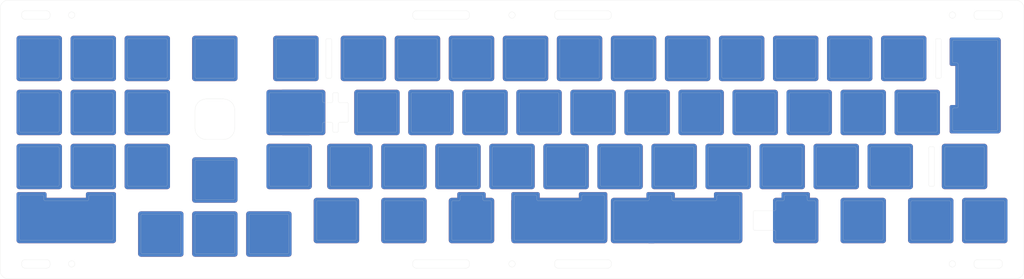
<source format=kicad_pcb>
(kicad_pcb (version 20210228) (generator pcbnew)
  (layers (0 "F.Cu" signal) (31 "B.Cu" signal) (34 "B.Paste" user) (35 "F.Paste" user) (36 "B.SilkS" user "B.Silkscreen") (37 "F.SilkS" user "F.Silkscreen") (38 "B.Mask" user) (39 "F.Mask" user) (44 "Edge.Cuts" user))
  (net 0 "")
  (footprint "Cutouts:MX_Cutout_1u" (layer "F.Cu") (at 188.762496 107.3))
  (footprint "Cutouts:MX_Cutout_1u" (layer "F.Cu") (at 169.712496 107.3))
  (footprint "Cutouts:MX_Cutout_1u" (layer "F.Cu") (at 93.512496 126.35))
  (footprint "Cutouts:MX_Cutout_2u_1u-1u" (layer "F.Cu") (at 64.937496 164.45))
  (footprint "Cutouts:MX_Cutout_1u" (layer "F.Cu") (at 288.774996 126.35))
  (footprint "Cutouts:MX_Cutout_1u" (layer "F.Cu") (at 241.149996 145.4))
  (footprint "Cutouts:MX_Cutout_1u" (layer "F.Cu") (at 322.112496 107.3))
  (footprint "Cutouts:MX_Cutout_1u" (layer "F.Cu") (at 279.249996 145.4))
  (footprint "Cutouts:MX_Cutout_1.75u" (layer "F.Cu") (at 381.643746 145.4))
  (footprint "Cutouts:MX_Cutout_1u" (layer "F.Cu") (at 388.787496 164.45))
  (footprint "Cutouts:MX_Cutout_1u" (layer "F.Cu") (at 345.924996 126.35))
  (footprint "Cutouts:MX_Cutout_1u" (layer "F.Cu") (at 117.324996 150.1625))
  (footprint "Cutouts:MX_Cutout_1u" (layer "F.Cu") (at 55.412496 126.35))
  (footprint "Cutouts:MX_Cutout_1u" (layer "F.Cu") (at 245.912496 107.3))
  (footprint "Cutouts:MX_Cutout_1u" (layer "F.Cu") (at 364.974996 126.35))
  (footprint "Cutouts:MX_Cutout_1u" (layer "F.Cu") (at 174.474996 126.35))
  (footprint "Cutouts:MX_Cutout_1u" (layer "F.Cu") (at 93.512496 145.4))
  (footprint "Cutouts:MX_Cutout_1u" (layer "F.Cu") (at 269.724996 126.35))
  (footprint "Cutouts:MX_Cutout_1u" (layer "F.Cu") (at 55.412496 107.3))
  (footprint "Cutouts:MX_Cutout_1u" (layer "F.Cu") (at 226.862496 107.3))
  (footprint "Cutouts:MX_Cutout_7u_1u-2.25u-2.75u-1u" (layer "F.Cu") (at 264.962496 164.45))
  (footprint "Cutouts:MX_Cutout_1u" (layer "F.Cu") (at 55.412496 145.4))
  (footprint "Cutouts:MX_Cutout_1u" (layer "F.Cu") (at 360.212496 107.3))
  (footprint "Cutouts:MX_Cutout_1u" (layer "F.Cu") (at 117.324996 169.2125))
  (footprint "Cutouts:MX_Cutout_1u" (layer "F.Cu") (at 355.449996 145.4))
  (footprint "Cutouts:MX_Cutout_1u" (layer "F.Cu") (at 183.999996 145.4))
  (footprint "Cutouts:MX_Cutout_1u" (layer "F.Cu") (at 341.162496 107.3))
  (footprint "Cutouts:MX_Cutout_1u" (layer "F.Cu") (at 250.674996 126.35))
  (footprint "Cutouts:MX_Cutout_1u" (layer "F.Cu") (at 74.462496 107.3))
  (footprint "Cutouts:MX_Cutout_1.5u" (layer "F.Cu") (at 345.924996 164.45))
  (footprint "Cutouts:MX_Cutout_1u" (layer "F.Cu") (at 284.012496 107.3))
  (footprint "Cutouts:MX_Cutout_1u" (layer "F.Cu") (at 160.187496 164.45))
  (footprint "Cutouts:MX_Cutout_1u" (layer "F.Cu") (at 207.812496 107.3))
  (footprint "Cutouts:MX_Cutout_1u" (layer "F.Cu") (at 307.824996 126.35))
  (footprint "Cutouts:MX_Cutout_1u" (layer "F.Cu") (at 117.324996 107.3))
  (footprint "Cutouts:MX_Cutout_1u" (layer "F.Cu") (at 222.099996 145.4))
  (footprint "Cutouts:MX_Cutout_1u" (layer "F.Cu") (at 93.512496 107.3))
  (footprint "Cutouts:MX_Cutout_1u" (layer "F.Cu") (at 136.374996 169.2125))
  (footprint "Cutouts:MX_Cutout_1u" (layer "F.Cu") (at 317.349996 145.4))
  (footprint "Cutouts:MX_Cutout_1u" (layer "F.Cu") (at 336.399996 145.4))
  (footprint "Cutouts:MX_Cutout_1u" (layer "F.Cu") (at 212.574996 126.35))
  (footprint "Cutouts:MX_Cutout_1u" (layer "F.Cu") (at 369.737496 164.45))
  (footprint "Cutouts:MX_Cutout_1.25u" (layer "F.Cu") (at 143.518746 145.4))
  (footprint "Cutouts:MX_Cutout_1u" (layer "F.Cu") (at 203.049996 145.4))
  (footprint "Cutouts:MX_Cutout_1.5u" (layer "F.Cu") (at 183.999996 164.45))
  (footprint "Cutouts:MX_Cutout_Iso_Enter" (layer "F.Cu") (at 386.406246 116.825))
  (footprint "Cutouts:MX_Cutout_1.5u" (layer "F.Cu") (at 145.899996 107.3))
  (footprint "Cutouts:MX_Cutout_1u" (layer "F.Cu") (at 303.062496 107.3))
  (footprint "Cutouts:MX_Cutout_1u" (layer "F.Cu") (at 193.524996 126.35))
  (footprint "Cutouts:MX_Cutout_1u" (layer "F.Cu") (at 298.299996 145.4))
  (footprint "Cutouts:MX_Cutout_1u" (layer "F.Cu") (at 231.624996 126.35))
  (footprint "Cutouts:MX_Cutout_1u" (layer "F.Cu") (at 74.462496 145.4))
  (footprint "Cutouts:MX_Cutout_1.75u_Caps_Lock" (layer "F.Cu") (at 148.281246 126.35))
  (footprint "Cutouts:MX_Cutout_1u" (layer "F.Cu") (at 326.874996 126.35))
  (footprint "Cutouts:MX_Cutout_1u" (layer "F.Cu") (at 164.949996 145.4))
  (footprint "Cutouts:MX_Cutout_1u" (layer "F.Cu") (at 98.274996 169.2125))
  (footprint "Cutouts:MX_Cutout_1u" (layer "F.Cu") (at 260.199996 145.4))
  (footprint "Cutouts:MX_Cutout_1u" (layer "F.Cu") (at 264.962496 107.3))
  (footprint "Cutouts:MX_Cutout_1u" (layer "F.Cu") (at 74.462496 126.35))
  (gr_arc (start 255.900996 179.4375) (end 257.100996 179.4375) (angle -90) (layer "Edge.Cuts") (width 0.05))
  (gr_arc (start 188.300996 179.4375) (end 188.300996 178.2375) (angle -90) (layer "Edge.Cuts") (width 0.05))
  (gr_arc (start 255.900996 180.0375) (end 255.900996 181.2375) (angle -90) (layer "Edge.Cuts") (width 0.05))
  (gr_arc (start 370.543746 138.9) (end 371.043746 138.9) (angle -90) (layer "Edge.Cuts") (width 0.05))
  (gr_circle (center 66.843746 92.012501) (end 67.968746 92.012501) (layer "Edge.Cuts") (width 0.05) (fill none))
  (gr_arc (start 120.324996 131.875) (end 120.324996 135.875) (angle -90) (layer "Edge.Cuts") (width 0.05))
  (gr_line (start 394.978496 92.312501) (end 394.978496 91.712501) (layer "Edge.Cuts") (width 0.05))
  (gr_arc (start 255.899996 91.712501) (end 257.099996 91.712501) (angle -90) (layer "Edge.Cuts") (width 0.05))
  (gr_arc (start 238.300996 179.4375) (end 238.300996 178.2375) (angle -90) (layer "Edge.Cuts") (width 0.05))
  (gr_arc (start 399.605023 89.720471) (end 402.600496 89.720471) (angle -90.08637834) (layer "Edge.Cuts") (width 0.05))
  (gr_line (start 49.221621 91.712501) (end 49.221621 92.312501) (layer "Edge.Cuts") (width 0.05))
  (gr_line (start 255.899996 90.512501) (end 238.299996 90.512501) (layer "Edge.Cuts") (width 0.05))
  (gr_arc (start 157.999996 113.8) (end 157.999996 114.3) (angle -90) (layer "Edge.Cuts") (width 0.05))
  (gr_line (start 58.021621 90.512501) (end 50.421621 90.512501) (layer "Edge.Cuts") (width 0.05))
  (gr_line (start 238.300996 181.2375) (end 255.900996 181.2375) (layer "Edge.Cuts") (width 0.05))
  (gr_line (start 188.300996 181.2375) (end 205.900996 181.2375) (layer "Edge.Cuts") (width 0.05))
  (gr_arc (start 205.900996 180.0375) (end 205.900996 181.2375) (angle -90) (layer "Edge.Cuts") (width 0.05))
  (gr_line (start 386.178496 93.512501) (end 393.778496 93.512501) (layer "Edge.Cuts") (width 0.05))
  (gr_line (start 237.100996 179.4375) (end 237.100996 180.0375) (layer "Edge.Cuts") (width 0.05))
  (gr_line (start 399.600506 185.024999) (end 44.599497 185.024999) (layer "Edge.Cuts") (width 0.05))
  (gr_line (start 50.421621 181.2375) (end 58.021621 181.2375) (layer "Edge.Cuts") (width 0.05))
  (gr_line (start 257.099996 92.312501) (end 257.099996 91.712501) (layer "Edge.Cuts") (width 0.05))
  (gr_arc (start 58.021621 92.312501) (end 58.021621 93.512501) (angle -90) (layer "Edge.Cuts") (width 0.05))
  (gr_arc (start 58.021621 179.4375) (end 59.221621 179.4375) (angle -90) (layer "Edge.Cuts") (width 0.05))
  (gr_arc (start 120.324996 125.588) (end 124.324996 125.588) (angle -90) (layer "Edge.Cuts") (width 0.05))
  (gr_arc (start 255.899996 92.312501) (end 255.899996 93.512501) (angle -90) (layer "Edge.Cuts") (width 0.05))
  (gr_line (start 237.099996 91.712501) (end 237.099996 92.312501) (layer "Edge.Cuts") (width 0.05))
  (gr_line (start 371.424996 100.8) (end 371.424996 113.8) (layer "Edge.Cuts") (width 0.05))
  (gr_line (start 158.499996 113.8) (end 158.499996 100.8) (layer "Edge.Cuts") (width 0.05))
  (gr_circle (center 222.100996 179.7375) (end 223.225996 179.7375) (layer "Edge.Cuts") (width 0.05) (fill none))
  (gr_line (start 207.099996 92.312501) (end 207.099996 91.712501) (layer "Edge.Cuts") (width 0.05))
  (gr_line (start 49.221621 179.4375) (end 49.221621 180.0375) (layer "Edge.Cuts") (width 0.05))
  (gr_line (start 114.324996 135.875) (end 120.324996 135.875) (layer "Edge.Cuts") (width 0.05))
  (gr_arc (start 205.900996 179.4375) (end 207.100996 179.4375) (angle -90) (layer "Edge.Cuts") (width 0.05))
  (gr_arc (start 114.324996 125.588) (end 114.324996 121.588) (angle -90) (layer "Edge.Cuts") (width 0.05))
  (gr_arc (start 386.178496 180.0375) (end 384.978496 180.0375) (angle -90) (layer "Edge.Cuts") (width 0.05))
  (gr_arc (start 114.324996 131.875) (end 110.324996 131.875) (angle -90) (layer "Edge.Cuts") (width 0.05))
  (gr_arc (start 50.421621 91.712501) (end 50.421621 90.512501) (angle -90) (layer "Edge.Cuts") (width 0.05))
  (gr_arc (start 188.299996 91.712501) (end 188.299996 90.512501) (angle -90) (layer "Edge.Cuts") (width 0.05))
  (gr_arc (start 393.778496 179.4375) (end 394.978496 179.4375) (angle -90) (layer "Edge.Cuts") (width 0.05))
  (gr_line (start 238.299996 93.512501) (end 255.899996 93.512501) (layer "Edge.Cuts") (width 0.05))
  (gr_line (start 207.100996 180.0375) (end 207.100996 179.4375) (layer "Edge.Cuts") (width 0.05))
  (gr_line (start 124.324996 131.875) (end 124.324996 125.588) (layer "Edge.Cuts") (width 0.05))
  (gr_line (start 402.600496 89.720471) (end 402.600503 182.029514) (layer "Edge.Cuts") (width 0.05))
  (gr_circle (center 377.356496 92.012501) (end 378.481496 92.012501) (layer "Edge.Cuts") (width 0.05) (fill none))
  (gr_arc (start 371.924996 113.8) (end 371.424996 113.8) (angle -90) (layer "Edge.Cuts") (width 0.05))
  (gr_arc (start 393.778496 180.0375) (end 393.778496 181.2375) (angle -90) (layer "Edge.Cuts") (width 0.05))
  (gr_circle (center 222.099996 92.012501) (end 223.224996 92.012501) (layer "Edge.Cuts") (width 0.05) (fill none))
  (gr_arc (start 372.924996 113.8) (end 372.924996 114.3) (angle -90) (layer "Edge.Cuts") (width 0.05))
  (gr_line (start 371.043746 151.9) (end 371.043746 138.9) (layer "Edge.Cuts") (width 0.05))
  (gr_arc (start 369.543746 138.9) (end 369.543746 138.4) (angle -90) (layer "Edge.Cuts") (width 0.05))
  (gr_line (start 393.778496 178.2375) (end 386.178496 178.2375) (layer "Edge.Cuts") (width 0.05))
  (gr_line (start 50.421621 93.512501) (end 58.021621 93.512501) (layer "Edge.Cuts") (width 0.05))
  (gr_line (start 120.324996 121.588) (end 114.324996 121.588) (layer "Edge.Cuts") (width 0.05))
  (gr_arc (start 386.178496 91.712501) (end 386.178496 90.512501) (angle -90) (layer "Edge.Cuts") (width 0.05))
  (gr_arc (start 50.421621 179.4375) (end 50.421621 178.2375) (angle -90) (layer "Edge.Cuts") (width 0.05))
  (gr_arc (start 369.543746 151.9) (end 369.043746 151.9) (angle -90) (layer "Edge.Cuts") (width 0.05))
  (gr_arc (start 44.599497 182.024999) (end 41.599497 182.024999) (angle -89.99999998) (layer "Edge.Cuts") (width 0.05))
  (gr_line (start 188.299996 93.512501) (end 205.899996 93.512501) (layer "Edge.Cuts") (width 0.05))
  (gr_line (start 59.221621 180.0375) (end 59.221621 179.4375) (layer "Edge.Cuts") (width 0.05))
  (gr_arc (start 205.899996 91.712501) (end 207.099996 91.712501) (angle -90) (layer "Edge.Cuts") (width 0.05))
  (gr_line (start 257.100996 180.0375) (end 257.100996 179.4375) (layer "Edge.Cuts") (width 0.05))
  (gr_arc (start 157.999996 100.8) (end 158.499996 100.8) (angle -90) (layer "Edge.Cuts") (width 0.05))
  (gr_arc (start 399.600506 182.024999) (end 399.600506 185.024999) (angle -89.91377154) (layer "Edge.Cuts") (width 0.05))
  (gr_arc (start 393.778496 91.712501) (end 394.978496 91.712501) (angle -90) (layer "Edge.Cuts") (width 0.05))
  (gr_line (start 156.499996 100.8) (end 156.499996 113.8) (layer "Edge.Cuts") (width 0.05))
  (gr_line (start 41.599497 182.024999) (end 41.599497 89.725001) (layer "Edge.Cuts") (width 0.05))
  (gr_line (start 205.899996 90.512501) (end 188.299996 90.512501) (layer "Edge.Cuts") (width 0.05))
  (gr_arc (start 370.543746 151.9) (end 370.543746 152.4) (angle -90) (layer "Edge.Cuts") (width 0.05))
  (gr_arc (start 386.178496 179.4375) (end 386.178496 178.2375) (angle -90) (layer "Edge.Cuts") (width 0.05))
  (gr_line (start 255.900996 178.2375) (end 238.300996 178.2375) (layer "Edge.Cuts") (width 0.05))
  (gr_arc (start 156.999996 100.8) (end 156.999996 100.3) (angle -90) (layer "Edge.Cuts") (width 0.05))
  (gr_line (start 205.900996 178.2375) (end 188.300996 178.2375) (layer "Edge.Cuts") (width 0.05))
  (gr_line (start 58.021621 178.2375) (end 50.421621 178.2375) (layer "Edge.Cuts") (width 0.05))
  (gr_line (start 59.221621 92.312501) (end 59.221621 91.712501) (layer "Edge.Cuts") (width 0.05))
  (gr_line (start 110.324996 125.588) (end 110.324996 131.875) (layer "Edge.Cuts") (width 0.05))
  (gr_arc (start 371.924996 100.8) (end 371.924996 100.3) (angle -90) (layer "Edge.Cuts") (width 0.05))
  (gr_arc (start 238.300996 180.0375) (end 237.100996 180.0375) (angle -90) (layer "Edge.Cuts") (width 0.05))
  (gr_circle (center 66.843746 179.7375) (end 67.968746 179.7375) (layer "Edge.Cuts") (width 0.05) (fill none))
  (gr_arc (start 393.778496 92.312501) (end 393.778496 93.512501) (angle -90) (layer "Edge.Cuts") (width 0.05))
  (gr_arc (start 156.999996 113.8) (end 156.499996 113.8) (angle -90) (layer "Edge.Cuts") (width 0.05))
  (gr_arc (start 50.421621 92.312501) (end 49.221621 92.312501) (angle -90) (layer "Edge.Cuts") (width 0.05))
  (gr_arc (start 188.299996 92.312501) (end 187.099996 92.312501) (angle -90) (layer "Edge.Cuts") (width 0.05))
  (gr_arc (start 238.299996 92.312501) (end 237.099996 92.312501) (angle -90) (layer "Edge.Cuts") (width 0.05))
  (gr_line (start 384.978496 91.712501) (end 384.978496 92.312501) (layer "Edge.Cuts") (width 0.05))
  (gr_line (start 372.924996 100.3) (end 371.924996 100.3) (layer "Edge.Cuts") (width 0.05))
  (gr_line (start 370.543746 138.4) (end 369.543746 138.4) (layer "Edge.Cuts") (width 0.05))
  (gr_arc (start 58.021621 180.0375) (end 58.021621 181.2375) (angle -90) (layer "Edge.Cuts") (width 0.05))
  (gr_arc (start 238.299996 91.712501) (end 238.299996 90.512501) (angle -90) (layer "Edge.Cuts") (width 0.05))
  (gr_line (start 384.978496 179.4375) (end 384.978496 180.0375) (layer "Edge.Cuts") (width 0.05))
  (gr_line (start 187.100996 179.4375) (end 187.100996 180.0375) (layer "Edge.Cuts") (width 0.05))
  (gr_arc (start 386.178496 92.312501) (end 384.978496 92.312501) (angle -90) (layer "Edge.Cuts") (width 0.05))
  (gr_circle (center 377.356496 179.7375) (end 378.481496 179.7375) (layer "Edge.Cuts") (width 0.05) (fill none))
  (gr_line (start 369.543746 152.4) (end 370.543746 152.4) (layer "Edge.Cuts") (width 0.05))
  (gr_arc (start 44.599497 89.725001) (end 44.599497 86.725001) (angle -90.00000009) (layer "Edge.Cuts") (width 0.05))
  (gr_arc (start 50.421621 180.0375) (end 49.221621 180.0375) (angle -90) (layer "Edge.Cuts") (width 0.05))
  (gr_line (start 187.099996 91.712501) (end 187.099996 92.312501) (layer "Edge.Cuts") (width 0.05))
  (gr_arc (start 188.300996 180.0375) (end 187.100996 180.0375) (angle -90) (layer "Edge.Cuts") (width 0.05))
  (gr_line (start 371.924996 114.3) (end 372.924996 114.3) (layer "Edge.Cuts") (width 0.05))
  (gr_line (start 156.999996 114.3) (end 157.999996 114.3) (layer "Edge.Cuts") (width 0.05))
  (gr_line (start 386.178496 181.2375) (end 393.778496 181.2375) (layer "Edge.Cuts") (width 0.05))
  (gr_line (start 394.978496 180.0375) (end 394.978496 179.4375) (layer "Edge.Cuts") (width 0.05))
  (gr_line (start 373.424996 113.8) (end 373.424996 100.8) (layer "Edge.Cuts") (width 0.05))
  (gr_line (start 157.999996 100.3) (end 156.999996 100.3) (layer "Edge.Cuts") (width 0.05))
  (gr_arc (start 58.021621 91.712501) (end 59.221621 91.712501) (angle -90) (layer "Edge.Cuts") (width 0.05))
  (gr_line (start 393.778496 90.512501) (end 386.178496 90.512501) (layer "Edge.Cuts") (width 0.05))
  (gr_arc (start 205.899996 92.312501) (end 205.899996 93.512501) (angle -90) (layer "Edge.Cuts") (width 0.05))
  (gr_line (start 44.599497 86.725001) (end 399.600507 86.725001) (layer "Edge.Cuts") (width 0.05))
  (gr_line (start 369.043746 138.9) (end 369.043746 151.9) (layer "Edge.Cuts") (width 0.05))
  (gr_arc (start 372.924996 100.8) (end 373.424996 100.8) (angle -90) (layer "Edge.Cuts") (width 0.05))
)
</source>
